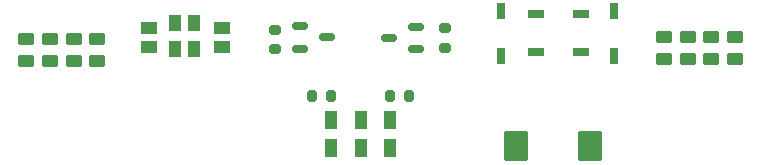
<source format=gbr>
%TF.GenerationSoftware,KiCad,Pcbnew,7.0.7*%
%TF.CreationDate,2023-12-21T12:45:23+01:00*%
%TF.ProjectId,IR range extender v0r1,49522072-616e-4676-9520-657874656e64,rev?*%
%TF.SameCoordinates,Original*%
%TF.FileFunction,Paste,Top*%
%TF.FilePolarity,Positive*%
%FSLAX46Y46*%
G04 Gerber Fmt 4.6, Leading zero omitted, Abs format (unit mm)*
G04 Created by KiCad (PCBNEW 7.0.7) date 2023-12-21 12:45:23*
%MOMM*%
%LPD*%
G01*
G04 APERTURE LIST*
G04 Aperture macros list*
%AMRoundRect*
0 Rectangle with rounded corners*
0 $1 Rounding radius*
0 $2 $3 $4 $5 $6 $7 $8 $9 X,Y pos of 4 corners*
0 Add a 4 corners polygon primitive as box body*
4,1,4,$2,$3,$4,$5,$6,$7,$8,$9,$2,$3,0*
0 Add four circle primitives for the rounded corners*
1,1,$1+$1,$2,$3*
1,1,$1+$1,$4,$5*
1,1,$1+$1,$6,$7*
1,1,$1+$1,$8,$9*
0 Add four rect primitives between the rounded corners*
20,1,$1+$1,$2,$3,$4,$5,0*
20,1,$1+$1,$4,$5,$6,$7,0*
20,1,$1+$1,$6,$7,$8,$9,0*
20,1,$1+$1,$8,$9,$2,$3,0*%
G04 Aperture macros list end*
%ADD10RoundRect,0.200000X0.200000X0.275000X-0.200000X0.275000X-0.200000X-0.275000X0.200000X-0.275000X0*%
%ADD11R,1.000000X1.450000*%
%ADD12R,1.450000X1.000000*%
%ADD13RoundRect,0.250000X0.450000X-0.262500X0.450000X0.262500X-0.450000X0.262500X-0.450000X-0.262500X0*%
%ADD14R,1.350000X0.750000*%
%ADD15RoundRect,0.150000X0.512500X0.150000X-0.512500X0.150000X-0.512500X-0.150000X0.512500X-0.150000X0*%
%ADD16R,0.750000X1.350000*%
%ADD17R,0.990600X1.600200*%
%ADD18RoundRect,0.200000X-0.200000X-0.275000X0.200000X-0.275000X0.200000X0.275000X-0.200000X0.275000X0*%
%ADD19RoundRect,0.150000X-0.512500X-0.150000X0.512500X-0.150000X0.512500X0.150000X-0.512500X0.150000X0*%
%ADD20RoundRect,0.250000X-0.787500X-1.025000X0.787500X-1.025000X0.787500X1.025000X-0.787500X1.025000X0*%
%ADD21RoundRect,0.200000X0.275000X-0.200000X0.275000X0.200000X-0.275000X0.200000X-0.275000X-0.200000X0*%
G04 APERTURE END LIST*
D10*
%TO.C,R5*%
X88600000Y-84400000D03*
X86950000Y-84400000D03*
%TD*%
D11*
%TO.C,D3*%
X77000000Y-80400000D03*
X75400000Y-80400000D03*
%TD*%
D12*
%TO.C,D2*%
X73200000Y-80200000D03*
X73200000Y-78600000D03*
%TD*%
D13*
%TO.C,R4*%
X68800000Y-81400000D03*
X68800000Y-79575000D03*
%TD*%
D11*
%TO.C,D1*%
X75400000Y-78200000D03*
X77000000Y-78200000D03*
%TD*%
D14*
%TO.C,D5*%
X105975000Y-77400000D03*
X109775000Y-77400000D03*
%TD*%
D12*
%TO.C,D4*%
X79400000Y-78600000D03*
X79400000Y-80200000D03*
%TD*%
D13*
%TO.C,R7*%
X122800000Y-81225000D03*
X122800000Y-79400000D03*
%TD*%
D15*
%TO.C,Q2*%
X95800000Y-80400000D03*
X95800000Y-78500000D03*
X93525000Y-79450000D03*
%TD*%
D13*
%TO.C,R2*%
X64800000Y-81400000D03*
X64800000Y-79575000D03*
%TD*%
D16*
%TO.C,D8*%
X112575000Y-77200000D03*
X112575000Y-81000000D03*
%TD*%
D17*
%TO.C,SW1*%
X88600000Y-86400000D03*
X91100000Y-86400000D03*
X93600000Y-86400000D03*
X88600000Y-88800000D03*
X91100000Y-88800000D03*
X93600000Y-88800000D03*
%TD*%
D13*
%TO.C,R11*%
X118800000Y-81225000D03*
X118800000Y-79400000D03*
%TD*%
%TO.C,R9*%
X120800000Y-81225000D03*
X120800000Y-79400000D03*
%TD*%
D18*
%TO.C,R8*%
X93550000Y-84400000D03*
X95200000Y-84400000D03*
%TD*%
D13*
%TO.C,R3*%
X66800000Y-81400000D03*
X66800000Y-79575000D03*
%TD*%
D19*
%TO.C,Q1*%
X85962500Y-78450000D03*
X85962500Y-80350000D03*
X88237500Y-79400000D03*
%TD*%
D13*
%TO.C,R1*%
X62800000Y-81400000D03*
X62800000Y-79575000D03*
%TD*%
D20*
%TO.C,C1*%
X104287500Y-88600000D03*
X110512500Y-88600000D03*
%TD*%
D16*
%TO.C,D6*%
X102975000Y-81000000D03*
X102975000Y-77200000D03*
%TD*%
D14*
%TO.C,D7*%
X109775000Y-80600000D03*
X105975000Y-80600000D03*
%TD*%
D21*
%TO.C,R6*%
X83837500Y-80400000D03*
X83837500Y-78750000D03*
%TD*%
%TO.C,R10*%
X98200000Y-80300000D03*
X98200000Y-78650000D03*
%TD*%
D13*
%TO.C,R12*%
X116800000Y-81225000D03*
X116800000Y-79400000D03*
%TD*%
M02*

</source>
